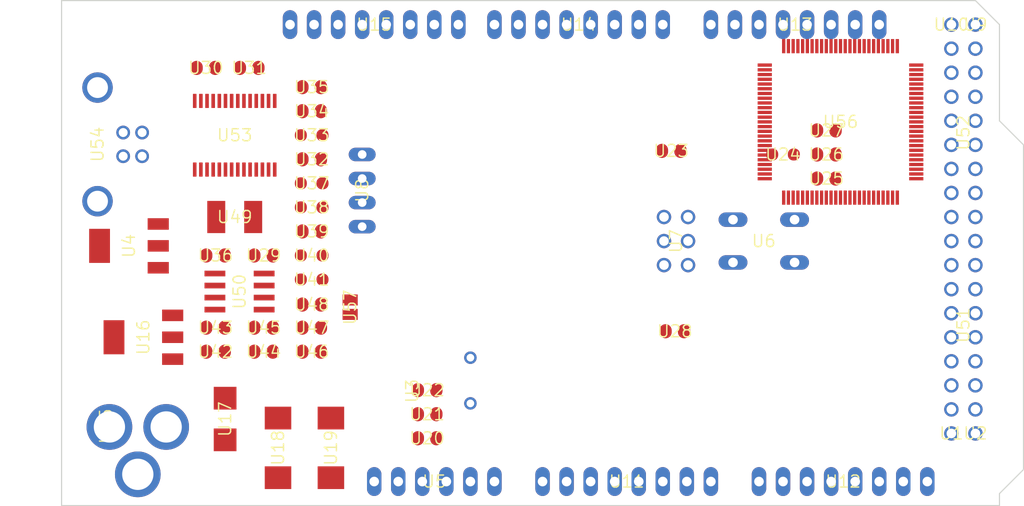
<source format=kicad_pcb>
(kicad_pcb (version 20221018) (generator pcbnew)
  (layers (0 "F.Cu" signal "Top") (31 "B.Cu" signal "Bottom") (34 "B.Paste" user) (35 "F.Paste" user) (36 "B.SilkS" user "B.Silkscreen") (37 "F.SilkS" user "F.Silkscreen") (38 "B.Mask" user) (39 "F.Mask" user) (44 "Edge.Cuts" user))
  (net 0 "")
  (net 1 "+5V")
  (net 2 "GND")
  (net 3 "N$6")
  (net 4 "N$7")
  (net 5 "AREF")
  (net 6 "RESET")
  (net 7 "VIN")
  (net 8 "N$3")
  (net 9 "PWRIN")
  (net 10 "M8RXD")
  (net 11 "M8TXD")
  (net 12 "ADC0")
  (net 13 "ADC2")
  (net 14 "ADC1")
  (net 15 "ADC3")
  (net 16 "ADC4")
  (net 17 "ADC5")
  (net 18 "ADC6")
  (net 19 "ADC7")
  (net 20 "+3V3")
  (net 21 "SDA")
  (net 22 "SCL")
  (net 23 "ADC9")
  (net 24 "ADC8")
  (net 25 "ADC10")
  (net 26 "ADC11")
  (net 27 "ADC12")
  (net 28 "ADC13")
  (net 29 "ADC14")
  (net 30 "ADC15")
  (net 31 "PB3")
  (net 32 "PB2")
  (net 33 "PB1")
  (net 34 "PB5")
  (net 35 "PB4")
  (net 36 "PE5")
  (net 37 "PE4")
  (net 38 "PE3")
  (net 39 "PE1")
  (net 40 "PE0")
  (net 41 "N$15")
  (net 42 "N$53")
  (net 43 "N$54")
  (net 44 "N$55")
  (net 45 "D-")
  (net 46 "D+")
  (net 47 "N$60")
  (net 48 "DTR")
  (net 49 "USBVCC")
  (net 50 "N$2")
  (net 51 "N$4")
  (net 52 "GATE_CMD")
  (net 53 "CMP")
  (net 54 "PB6")
  (net 55 "PH3")
  (net 56 "PH4")
  (net 57 "PH5")
  (net 58 "PH6")
  (net 59 "PG5")
  (net 60 "RXD1")
  (net 61 "TXD1")
  (net 62 "RXD2")
  (net 63 "RXD3")
  (net 64 "TXD2")
  (net 65 "TXD3")
  (net 66 "PC0")
  (net 67 "PC1")
  (net 68 "PC2")
  (net 69 "PC3")
  (net 70 "PC4")
  (net 71 "PC5")
  (net 72 "PC6")
  (net 73 "PC7")
  (net 74 "PB0")
  (net 75 "PG0")
  (net 76 "PG1")
  (net 77 "PG2")
  (net 78 "PD7")
  (net 79 "PA0")
  (net 80 "PA1")
  (net 81 "PA2")
  (net 82 "PA3")
  (net 83 "PA4")
  (net 84 "PA5")
  (net 85 "PA6")
  (net 86 "PA7")
  (net 87 "PL0")
  (net 88 "PL1")
  (net 89 "PL2")
  (net 90 "PL3")
  (net 91 "PL4")
  (net 92 "PL5")
  (net 93 "PL6")
  (net 94 "PL7")
  (net 95 "PB7")
  (net 96 "CTS")
  (net 97 "DSR")
  (net 98 "DCD")
  (net 99 "RI")
  (footprint "Arduino_MEGA_Reference_Design:2X03" (layer "F.Cu") (at 162.5981 103.7336 -90)
    (fp_text reference "U7")
    (fp_text value "")
  )
  (footprint "Arduino_MEGA_Reference_Design:1X08" (layer "F.Cu") (at 152.3111 80.8736 180)
    (fp_text reference "U14")
    (fp_text value "")
  )
  (footprint "Arduino_MEGA_Reference_Design:1X08" (layer "F.Cu") (at 130.7211 80.8736 180)
    (fp_text reference "U15")
    (fp_text value "")
  )
  (footprint "Arduino_MEGA_Reference_Design:SMC_D" (layer "F.Cu") (at 120.5611 125.5776 -90)
    (fp_text reference "U18")
    (fp_text value "")
  )
  (footprint "Arduino_MEGA_Reference_Design:SMC_D" (layer "F.Cu") (at 126.1491 125.5776 -90)
    (fp_text reference "U19")
    (fp_text value "")
  )
  (footprint "Arduino_MEGA_Reference_Design:B3F-10XX" (layer "F.Cu") (at 171.8691 103.7336 180)
    (fp_text reference "U6")
    (fp_text value "")
  )
  (footprint "Arduino_MEGA_Reference_Design:0805RND" (layer "F.Cu") (at 173.9011 94.5896 180)
    (fp_text reference "U24")
    (fp_text value "")
  )
  (footprint "Arduino_MEGA_Reference_Design:SMB" (layer "F.Cu") (at 114.9731 122.5296 -90)
    (fp_text reference "U17")
    (fp_text value "")
  )
  (footprint "Arduino_MEGA_Reference_Design:DC-21MM" (layer "F.Cu") (at 103.0351 123.2916 90)
    (fp_text reference "U55")
    (fp_text value "")
  )
  (footprint "Arduino_MEGA_Reference_Design:HC49_S" (layer "F.Cu") (at 140.8811 118.4656 90)
    (fp_text reference "U3")
    (fp_text value "")
  )
  (footprint "Arduino_MEGA_Reference_Design:SOT223" (layer "F.Cu") (at 106.3371 113.8936 90)
    (fp_text reference "U16")
    (fp_text value "")
  )
  (footprint "Arduino_MEGA_Reference_Design:1X06" (layer "F.Cu") (at 137.0711 129.1336)
    (fp_text reference "U5")
    (fp_text value "")
  )
  (footprint "Arduino_MEGA_Reference_Design:C0805RND" (layer "F.Cu") (at 124.1171 87.4776)
    (fp_text reference "U35")
    (fp_text value "")
  )
  (footprint "Arduino_MEGA_Reference_Design:C0805RND" (layer "F.Cu") (at 162.4711 113.2586)
    (fp_text reference "U28")
    (fp_text value "")
  )
  (footprint "Arduino_MEGA_Reference_Design:C0805RND" (layer "F.Cu") (at 136.3091 122.0216)
    (fp_text reference "U21")
    (fp_text value "")
  )
  (footprint "Arduino_MEGA_Reference_Design:C0805RND" (layer "F.Cu") (at 136.3091 119.4816)
    (fp_text reference "U22")
    (fp_text value "")
  )
  (footprint "Arduino_MEGA_Reference_Design:C0805RND" (layer "F.Cu") (at 113.9571 112.8776)
    (fp_text reference "U43")
    (fp_text value "")
  )
  (footprint "Arduino_MEGA_Reference_Design:RCL_0805RND" (layer "F.Cu") (at 124.1171 105.2576)
    (fp_text reference "U40")
    (fp_text value "")
  )
  (footprint "Arduino_MEGA_Reference_Design:RCL_0805RND" (layer "F.Cu") (at 124.1171 107.7976)
    (fp_text reference "U41")
    (fp_text value "")
  )
  (footprint "Arduino_MEGA_Reference_Design:1X08" (layer "F.Cu") (at 157.3911 129.1336)
    (fp_text reference "U11")
    (fp_text value "")
  )
  (footprint "Arduino_MEGA_Reference_Design:1X08" (layer "F.Cu") (at 175.1711 80.8736 180)
    (fp_text reference "U13")
    (fp_text value "")
  )
  (footprint "Arduino_MEGA_Reference_Design:R0805RND" (layer "F.Cu") (at 178.4731 94.5896 180)
    (fp_text reference "U26")
    (fp_text value "")
  )
  (footprint "Arduino_MEGA_Reference_Design:R0805RND" (layer "F.Cu") (at 178.4731 92.0496 180)
    (fp_text reference "U27")
    (fp_text value "")
  )
  (footprint "Arduino_MEGA_Reference_Design:TQFP100" (layer "F.Cu") (at 179.97113037109375 91.14759826660156 0)
    (fp_text reference "U56")
    (fp_text value "")
  )
  (footprint "Arduino_MEGA_Reference_Design:C0805RND" (layer "F.Cu") (at 162.0901 94.2086 180)
    (fp_text reference "U23")
    (fp_text value "")
  )
  (footprint "Arduino_MEGA_Reference_Design:C0805RND" (layer "F.Cu") (at 136.3091 124.5616)
    (fp_text reference "U20")
    (fp_text value "")
  )
  (footprint "Arduino_MEGA_Reference_Design:1X08" (layer "F.Cu") (at 180.2511 129.1336)
    (fp_text reference "U12")
    (fp_text value "")
  )
  (footprint "Arduino_MEGA_Reference_Design:R0805RND" (layer "F.Cu") (at 124.1171 112.8776)
    (fp_text reference "U47")
    (fp_text value "")
  )
  (footprint "Arduino_MEGA_Reference_Design:C0805RND" (layer "F.Cu") (at 124.1171 115.4176)
    (fp_text reference "U46")
    (fp_text value "")
  )
  (footprint "Arduino_MEGA_Reference_Design:C0805RND" (layer "F.Cu") (at 113.9571 105.2576)
    (fp_text reference "U36")
    (fp_text value "")
  )
  (footprint "Arduino_MEGA_Reference_Design:C0805RND" (layer "F.Cu") (at 112.9411 85.4456)
    (fp_text reference "U30")
    (fp_text value "")
  )
  (footprint "Arduino_MEGA_Reference_Design:0805RND" (layer "F.Cu") (at 124.1171 100.1776 180)
    (fp_text reference "U38")
    (fp_text value "")
  )
  (footprint "Arduino_MEGA_Reference_Design:0805RND" (layer "F.Cu") (at 124.1171 97.6376 180)
    (fp_text reference "U37")
    (fp_text value "")
  )
  (footprint "Arduino_MEGA_Reference_Design:R0805RND" (layer "F.Cu") (at 124.1171 95.0976)
    (fp_text reference "U32")
    (fp_text value "")
  )
  (footprint "Arduino_MEGA_Reference_Design:R0805RND" (layer "F.Cu") (at 124.1171 102.7176)
    (fp_text reference "U39")
    (fp_text value "")
  )
  (footprint "Arduino_MEGA_Reference_Design:SSOP28" (layer "F.Cu") (at 115.9891 92.5576)
    (fp_text reference "U53")
    (fp_text value "")
  )
  (footprint "Arduino_MEGA_Reference_Design:PN61729" (layer "F.Cu") (at 98.9584 93.5228 -90)
    (fp_text reference "U54")
    (fp_text value "")
  )
  (footprint "Arduino_MEGA_Reference_Design:L1812" (layer "F.Cu") (at 115.9891 101.1936)
    (fp_text reference "U49")
    (fp_text value "")
  )
  (footprint "Arduino_MEGA_Reference_Design:C0805RND" (layer "F.Cu") (at 117.5131 85.4456)
    (fp_text reference "U31")
    (fp_text value "")
  )
  (footprint "Arduino_MEGA_Reference_Design:0805RND" (layer "F.Cu") (at 124.1171 92.5576 180)
    (fp_text reference "U33")
    (fp_text value "")
  )
  (footprint "Arduino_MEGA_Reference_Design:R0805RND" (layer "F.Cu") (at 124.1171 90.0176 180)
    (fp_text reference "U34")
    (fp_text value "")
  )
  (footprint "Arduino_MEGA_Reference_Design:C0805RND" (layer "F.Cu") (at 124.1171 110.4392 180)
    (fp_text reference "U48")
    (fp_text value "")
  )
  (footprint "Arduino_MEGA_Reference_Design:SOT223" (layer "F.Cu") (at 104.8131 104.2416 90)
    (fp_text reference "U4")
    (fp_text value "")
  )
  (footprint "Arduino_MEGA_Reference_Design:SO08" (layer "F.Cu") (at 116.4971 109.0676 -90)
    (fp_text reference "U50")
    (fp_text value "")
  )
  (footprint "Arduino_MEGA_Reference_Design:R0805RND" (layer "F.Cu") (at 113.9571 115.4176 180)
    (fp_text reference "U42")
    (fp_text value "")
  )
  (footprint "Arduino_MEGA_Reference_Design:R0805RND" (layer "F.Cu") (at 119.0371 112.8776 180)
    (fp_text reference "U45")
    (fp_text value "")
  )
  (footprint "Arduino_MEGA_Reference_Design:C0805RND" (layer "F.Cu") (at 119.0371 115.4176 180)
    (fp_text reference "U44")
    (fp_text value "")
  )
  (footprint "Arduino_MEGA_Reference_Design:C0805RND" (layer "F.Cu") (at 119.0371 105.2576)
    (fp_text reference "U29")
    (fp_text value "")
  )
  (footprint "Arduino_MEGA_Reference_Design:2X08" (layer "F.Cu") (at 192.9511 92.3036 90)
    (fp_text reference "U52")
    (fp_text value "")
  )
  (footprint "Arduino_MEGA_Reference_Design:2X08" (layer "F.Cu") (at 192.9511 112.6236 90)
    (fp_text reference "U51")
    (fp_text value "")
  )
  (footprint "Arduino_MEGA_Reference_Design:R0805RND" (layer "F.Cu") (at 178.4731 97.1296 180)
    (fp_text reference "U25")
    (fp_text value "")
  )
  (footprint "Arduino_MEGA_Reference_Design:1X01" (layer "F.Cu") (at 191.6811 80.8736)
    (fp_text reference "U10")
    (fp_text value "")
  )
  (footprint "Arduino_MEGA_Reference_Design:1X01" (layer "F.Cu") (at 194.2211 80.8736)
    (fp_text reference "U9")
    (fp_text value "")
  )
  (footprint "Arduino_MEGA_Reference_Design:1X01" (layer "F.Cu") (at 191.6811 124.0536)
    (fp_text reference "U1")
    (fp_text value "")
  )
  (footprint "Arduino_MEGA_Reference_Design:1X01" (layer "F.Cu") (at 194.2211 124.0536)
    (fp_text reference "U2")
    (fp_text value "")
  )
  (footprint "Arduino_MEGA_Reference_Design:SJ" (layer "F.Cu") (at 128.1811 110.7186 -90)
    (fp_text reference "U57")
    (fp_text value "")
  )
  (footprint "Arduino_MEGA_Reference_Design:JP4" (layer "F.Cu") (at 129.4511 98.3996 -90)
    (fp_text reference "U8")
    (fp_text value "")
  )
  (gr_line (start 196.7611 80.8736) (end 196.7611 91.0336) (layer "Edge.Cuts") (width 0.12))
  (gr_line (start 196.7611 130.4036) (end 196.7611 131.6736) (layer "Edge.Cuts") (width 0.12))
  (gr_line (start 194.2211 78.3336) (end 196.7611 80.8736) (layer "Edge.Cuts") (width 0.12))
  (gr_line (start 97.7011 78.3336) (end 194.2211 78.3336) (layer "Edge.Cuts") (width 0.12))
  (gr_line (start 196.7611 91.0336) (end 199.3011 93.5736) (layer "Edge.Cuts") (width 0.12))
  (gr_line (start 97.7011 131.6736) (end 97.7011 78.3336) (layer "Edge.Cuts") (width 0.12))
  (gr_line (start 196.7611 131.6736) (end 97.7011 131.6736) (layer "Edge.Cuts") (width 0.12))
  (gr_line (start 199.3011 93.5736) (end 199.3011 127.8636) (layer "Edge.Cuts") (width 0.12))
  (gr_line (start 199.3011 127.8636) (end 196.7611 130.4036) (layer "Edge.Cuts") (width 0.12))
)
</source>
